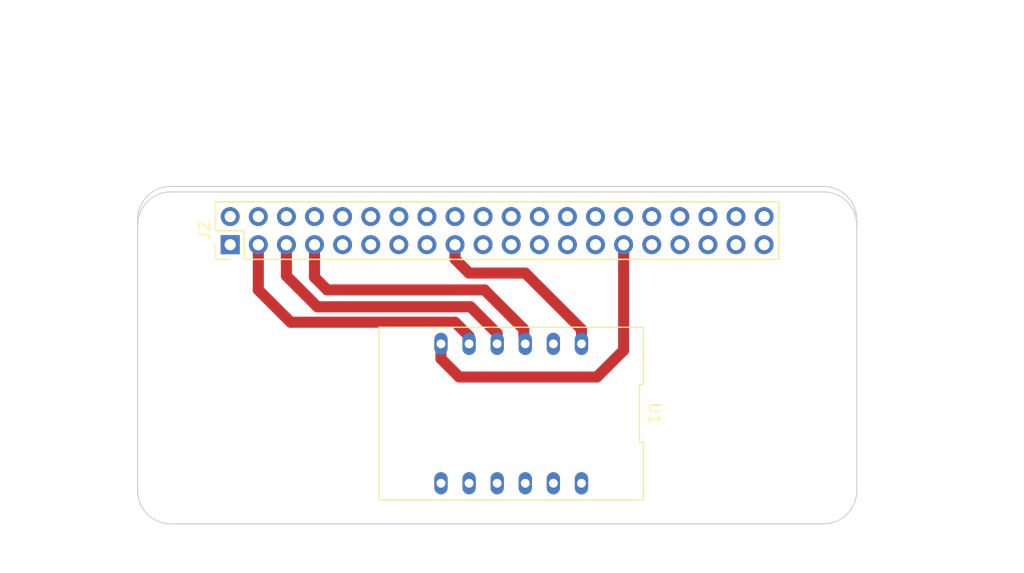
<source format=kicad_pcb>
(kicad_pcb (version 20240108) (generator "pcbnew") (generator_version "8.0")
  (layers (0 "F.Cu" signal) (31 "B.Cu" signal) (34 "B.Paste" user) (35 "F.Paste" user) (36 "B.SilkS" user "B.Silkscreen") (37 "F.SilkS" user "F.Silkscreen") (38 "B.Mask" user) (39 "F.Mask" user) (44 "Edge.Cuts" user))
  (net 0 "")
  (net 1 "Net-(J2-Pad1)")
  (net 2 "Net-(J2-Pad2)")
  (net 3 "Net-(J2-Pad3)")
  (net 4 "Net-(J2-Pad4)")
  (net 5 "Net-(J2-Pad5)")
  (net 6 "Net-(J2-Pad6)")
  (net 7 "Net-(J2-Pad7)")
  (net 8 "Net-(J2-Pad8)")
  (net 9 "Net-(J2-Pad9)")
  (net 10 "Net-(J2-Pad10)")
  (net 11 "Net-(J2-Pad11)")
  (net 12 "Net-(J2-Pad12)")
  (net 13 "Net-(J2-Pad13)")
  (net 14 "Net-(J2-Pad14)")
  (net 15 "Net-(J2-Pad15)")
  (net 16 "Net-(J2-Pad16)")
  (net 17 "Net-(J2-Pad17)")
  (net 18 "Net-(J2-Pad18)")
  (net 19 "Net-(J2-Pad19)")
  (net 20 "Net-(J2-Pad20)")
  (net 21 "Net-(J2-Pad21)")
  (net 22 "Net-(J2-Pad22)")
  (net 23 "Net-(J2-Pad23)")
  (net 24 "Net-(J2-Pad24)")
  (net 25 "Net-(J2-Pad25)")
  (net 26 "Net-(J2-Pad26)")
  (net 27 "Net-(J2-Pad27)")
  (net 28 "Net-(J2-Pad28)")
  (net 29 "Net-(J2-Pad29)")
  (net 30 "Net-(J2-Pad30)")
  (net 31 "Net-(J2-Pad31)")
  (net 32 "Net-(J2-Pad32)")
  (net 33 "Net-(J2-Pad33)")
  (net 34 "Net-(J2-Pad34)")
  (net 35 "Net-(J2-Pad35)")
  (net 36 "Net-(J2-Pad36)")
  (net 37 "Net-(J2-Pad37)")
  (net 38 "Net-(J2-Pad38)")
  (net 39 "Net-(J2-Pad39)")
  (net 40 "Net-(J2-Pad40)")
  (net 64 "unconnected-(J2-GPIO04_GCLK-Pad7)")
  (net 76 "Net-(J2-GPIO02_SDA1_I2C)")
  (net 77 "Net-(U1-VIN)")
  (net 78 "Net-(J2-GPIO03_SCL1_I2C)")
  (net 79 "Net-(J2-GPIO05)")
  (net 80 "Net-(J2-GND-Pad9)")
  (footprint "RPi_Hat:RPi_Hat_Mounting_Hole" (layer "F.Cu") (at 171.367 72.875001)
    (property "Reference" "" (hide yes))
    (property "Value" "" (hide yes))
    (pad "" np_thru_hole circle (at 0 0) (size 2.75 2.75) (drill 2.75) (layers "*.Cu" "*.Mask") (clearance 1.725))
  )
  (footprint "RPi_Hat:RPi_Hat_Mounting_Hole" (layer "F.Cu") (at 113.367 72.875001)
    (property "Reference" "" (hide yes))
    (property "Value" "" (hide yes))
    (pad "" np_thru_hole circle (at 0 0) (size 2.75 2.75) (drill 2.75) (layers "*.Cu" "*.Mask") (clearance 1.725))
  )
  (footprint "RPi_Hat:RPi_Hat_Mounting_Hole" (layer "F.Cu") (at 171.367 95.875001)
    (property "Reference" "" (hide yes))
    (property "Value" "" (hide yes))
    (pad "" np_thru_hole circle (at 0 0) (size 2.75 2.75) (drill 2.75) (layers "*.Cu" "*.Mask") (clearance 1.725))
  )
  (footprint "RPi_Hat:RPi_Hat_Mounting_Hole" (layer "F.Cu") (at 113.367 95.875001)
    (property "Reference" "" (hide yes))
    (property "Value" "" (hide yes))
    (pad "" np_thru_hole circle (at 0 0) (size 2.75 2.75) (drill 2.75) (layers "*.Cu" "*.Mask") (clearance 1.725))
  )
  (footprint "Connector_PinHeader_2.54mm:PinHeader_2x20_P2.54mm_Vertical" (layer "F.Cu") (at 118.237 74.145001 90)
    (property "Reference" "J2" (at 1.27 -2.33 90) (layer "F.SilkS"))
    (property "Value" "RPi_GPIO")
    (fp_line (start 3.87 -1.33) (end 3.87 49.59) (stroke (width 0.12)) (layer "F.SilkS"))
    (fp_line (start 1.27 -1.33) (end 3.87 -1.33) (stroke (width 0.12)) (layer "F.SilkS"))
    (fp_line (start -1.33 -1.33) (end 0 -1.33) (stroke (width 0.12)) (layer "F.SilkS"))
    (fp_line (start -1.33 0) (end -1.33 -1.33) (stroke (width 0.12)) (layer "F.SilkS"))
    (fp_line (start 1.27 1.27) (end 1.27 -1.33) (stroke (width 0.12)) (layer "F.SilkS"))
    (fp_line (start -1.33 1.27) (end 1.27 1.27) (stroke (width 0.12)) (layer "F.SilkS"))
    (fp_line (start -1.33 1.27) (end -1.33 49.59) (stroke (width 0.12)) (layer "F.SilkS"))
    (fp_line (start -1.33 49.59) (end 3.87 49.59) (stroke (width 0.12)) (layer "F.SilkS"))
    (pad "1" thru_hole rect (at 0 0 90) (size 1.7 1.7) (drill 1) (layers "*.Cu" "*.Mask") (net 1 "Net-(J2-Pad1)"))
    (pad "2" thru_hole oval (at 2.54 0 90) (size 1.7 1.7) (drill 1) (layers "*.Cu" "*.Mask") (net 2 "Net-(J2-Pad2)"))
    (pad "3" thru_hole oval (at 0 2.54 90) (size 1.7 1.7) (drill 1) (layers "*.Cu" "*.Mask") (net 3 "Net-(J2-Pad3)"))
    (pad "4" thru_hole oval (at 2.54 2.54 90) (size 1.7 1.7) (drill 1) (layers "*.Cu" "*.Mask") (net 4 "Net-(J2-Pad4)"))
    (pad "5" thru_hole oval (at 0 5.08 90) (size 1.7 1.7) (drill 1) (layers "*.Cu" "*.Mask") (net 5 "Net-(J2-Pad5)"))
    (pad "6" thru_hole oval (at 2.54 5.08 90) (size 1.7 1.7) (drill 1) (layers "*.Cu" "*.Mask") (net 6 "Net-(J2-Pad6)"))
    (pad "7" thru_hole oval (at 0 7.62 90) (size 1.7 1.7) (drill 1) (layers "*.Cu" "*.Mask") (net 7 "Net-(J2-Pad7)"))
    (pad "8" thru_hole oval (at 2.54 7.62 90) (size 1.7 1.7) (drill 1) (layers "*.Cu" "*.Mask") (net 8 "Net-(J2-Pad8)"))
    (pad "9" thru_hole oval (at 0 10.16 90) (size 1.7 1.7) (drill 1) (layers "*.Cu" "*.Mask") (net 9 "Net-(J2-Pad9)"))
    (pad "10" thru_hole oval (at 2.54 10.16 90) (size 1.7 1.7) (drill 1) (layers "*.Cu" "*.Mask") (net 10 "Net-(J2-Pad10)"))
    (pad "11" thru_hole oval (at 0 12.7 90) (size 1.7 1.7) (drill 1) (layers "*.Cu" "*.Mask") (net 11 "Net-(J2-Pad11)"))
    (pad "12" thru_hole oval (at 2.54 12.7 90) (size 1.7 1.7) (drill 1) (layers "*.Cu" "*.Mask") (net 12 "Net-(J2-Pad12)"))
    (pad "13" thru_hole oval (at 0 15.24 90) (size 1.7 1.7) (drill 1) (layers "*.Cu" "*.Mask") (net 13 "Net-(J2-Pad13)"))
    (pad "14" thru_hole oval (at 2.54 15.24 90) (size 1.7 1.7) (drill 1) (layers "*.Cu" "*.Mask") (net 14 "Net-(J2-Pad14)"))
    (pad "15" thru_hole oval (at 0 17.78 90) (size 1.7 1.7) (drill 1) (layers "*.Cu" "*.Mask") (net 15 "Net-(J2-Pad15)"))
    (pad "16" thru_hole oval (at 2.54 17.78 90) (size 1.7 1.7) (drill 1) (layers "*.Cu" "*.Mask") (net 16 "Net-(J2-Pad16)"))
    (pad "17" thru_hole oval (at 0 20.32 90) (size 1.7 1.7) (drill 1) (layers "*.Cu" "*.Mask") (net 17 "Net-(J2-Pad17)"))
    (pad "18" thru_hole oval (at 2.54 20.32 90) (size 1.7 1.7) (drill 1) (layers "*.Cu" "*.Mask") (net 18 "Net-(J2-Pad18)"))
    (pad "19" thru_hole oval (at 0 22.86 90) (size 1.7 1.7) (drill 1) (layers "*.Cu" "*.Mask") (net 19 "Net-(J2-Pad19)"))
    (pad "20" thru_hole oval (at 2.54 22.86 90) (size 1.7 1.7) (drill 1) (layers "*.Cu" "*.Mask") (net 20 "Net-(J2-Pad20)"))
    (pad "21" thru_hole oval (at 0 25.4 90) (size 1.7 1.7) (drill 1) (layers "*.Cu" "*.Mask") (net 21 "Net-(J2-Pad21)"))
    (pad "22" thru_hole oval (at 2.54 25.4 90) (size 1.7 1.7) (drill 1) (layers "*.Cu" "*.Mask") (net 22 "Net-(J2-Pad22)"))
    (pad "23" thru_hole oval (at 0 27.94 90) (size 1.7 1.7) (drill 1) (layers "*.Cu" "*.Mask") (net 23 "Net-(J2-Pad23)"))
    (pad "24" thru_hole oval (at 2.54 27.94 90) (size 1.7 1.7) (drill 1) (layers "*.Cu" "*.Mask") (net 24 "Net-(J2-Pad24)"))
    (pad "25" thru_hole oval (at 0 30.48 90) (size 1.7 1.7) (drill 1) (layers "*.Cu" "*.Mask") (net 25 "Net-(J2-Pad25)"))
    (pad "26" thru_hole oval (at 2.54 30.48 90) (size 1.7 1.7) (drill 1) (layers "*.Cu" "*.Mask") (net 26 "Net-(J2-Pad26)"))
    (pad "27" thru_hole oval (at 0 33.02 90) (size 1.7 1.7) (drill 1) (layers "*.Cu" "*.Mask") (net 27 "Net-(J2-Pad27)"))
    (pad "28" thru_hole oval (at 2.54 33.02 90) (size 1.7 1.7) (drill 1) (layers "*.Cu" "*.Mask") (net 28 "Net-(J2-Pad28)"))
    (pad "29" thru_hole oval (at 0 35.56 90) (size 1.7 1.7) (drill 1) (layers "*.Cu" "*.Mask") (net 29 "Net-(J2-Pad29)"))
    (pad "30" thru_hole oval (at 2.54 35.56 90) (size 1.7 1.7) (drill 1) (layers "*.Cu" "*.Mask") (net 30 "Net-(J2-Pad30)"))
    (pad "31" thru_hole oval (at 0 38.1 90) (size 1.7 1.7) (drill 1) (layers "*.Cu" "*.Mask") (net 31 "Net-(J2-Pad31)"))
    (pad "32" thru_hole oval (at 2.54 38.1 90) (size 1.7 1.7) (drill 1) (layers "*.Cu" "*.Mask") (net 32 "Net-(J2-Pad32)"))
    (pad "33" thru_hole oval (at 0 40.64 90) (size 1.7 1.7) (drill 1) (layers "*.Cu" "*.Mask") (net 33 "Net-(J2-Pad33)"))
    (pad "34" thru_hole oval (at 2.54 40.64 90) (size 1.7 1.7) (drill 1) (layers "*.Cu" "*.Mask") (net 34 "Net-(J2-Pad34)"))
    (pad "35" thru_hole oval (at 0 43.18 90) (size 1.7 1.7) (drill 1) (layers "*.Cu" "*.Mask") (net 35 "Net-(J2-Pad35)"))
    (pad "36" thru_hole oval (at 2.54 43.18 90) (size 1.7 1.7) (drill 1) (layers "*.Cu" "*.Mask") (net 36 "Net-(J2-Pad36)"))
    (pad "37" thru_hole oval (at 0 45.72 90) (size 1.7 1.7) (drill 1) (layers "*.Cu" "*.Mask") (net 37 "Net-(J2-Pad37)"))
    (pad "38" thru_hole oval (at 2.54 45.72 90) (size 1.7 1.7) (drill 1) (layers "*.Cu" "*.Mask") (net 38 "Net-(J2-Pad38)"))
    (pad "39" thru_hole oval (at 0 48.26 90) (size 1.7 1.7) (drill 1) (layers "*.Cu" "*.Mask") (net 39 "Net-(J2-Pad39)"))
    (pad "40" thru_hole oval (at 2.54 48.26 90) (size 1.7 1.7) (drill 1) (layers "*.Cu" "*.Mask") (net 40 "Net-(J2-Pad40)"))
  )
  (footprint "Connector_PinHeader_2.54mm:PinHeader_2x20_P2.54mm_Vertical" (layer "F.Cu") (at 118.237 74.145001 90)
    (property "Reference" "J2" (at 1.27 -2.33 270) (layer "F.SilkS"))
    (property "Value" "RPi_GPIO")
    (fp_line (start 3.87 -1.33) (end 3.87 49.59) (stroke (width 0.12)) (layer "F.SilkS"))
    (fp_line (start 1.27 -1.33) (end 3.87 -1.33) (stroke (width 0.12)) (layer "F.SilkS"))
    (fp_line (start -1.33 -1.33) (end 0 -1.33) (stroke (width 0.12)) (layer "F.SilkS"))
    (fp_line (start -1.33 0) (end -1.33 -1.33) (stroke (width 0.12)) (layer "F.SilkS"))
    (fp_line (start 1.27 1.27) (end 1.27 -1.33) (stroke (width 0.12)) (layer "F.SilkS"))
    (fp_line (start -1.33 1.27) (end 1.27 1.27) (stroke (width 0.12)) (layer "F.SilkS"))
    (fp_line (start -1.33 1.27) (end -1.33 49.59) (stroke (width 0.12)) (layer "F.SilkS"))
    (fp_line (start -1.33 49.59) (end 3.87 49.59) (stroke (width 0.12)) (layer "F.SilkS"))
    (pad "1" thru_hole rect (at 0 0 90) (size 1.7 1.7) (drill 1) (layers "*.Cu" "*.Mask"))
    (pad "2" thru_hole oval (at 2.54 0 90) (size 1.7 1.7) (drill 1) (layers "*.Cu" "*.Mask"))
    (pad "3" thru_hole oval (at 0 2.54 90) (size 1.7 1.7) (drill 1) (layers "*.Cu" "*.Mask") (net 76 "Net-(J2-GPIO02_SDA1_I2C)"))
    (pad "4" thru_hole oval (at 2.54 2.54 90) (size 1.7 1.7) (drill 1) (layers "*.Cu" "*.Mask"))
    (pad "5" thru_hole oval (at 0 5.08 90) (size 1.7 1.7) (drill 1) (layers "*.Cu" "*.Mask") (net 78 "Net-(J2-GPIO03_SCL1_I2C)"))
    (pad "6" thru_hole oval (at 2.54 5.08 90) (size 1.7 1.7) (drill 1) (layers "*.Cu" "*.Mask"))
    (pad "7" thru_hole oval (at 0 7.62 90) (size 1.7 1.7) (drill 1) (layers "*.Cu" "*.Mask") (net 64 "unconnected-(J2-GPIO04_GCLK-Pad7)"))
    (pad "8" thru_hole oval (at 2.54 7.62 90) (size 1.7 1.7) (drill 1) (layers "*.Cu" "*.Mask"))
    (pad "9" thru_hole oval (at 0 10.16 90) (size 1.7 1.7) (drill 1) (layers "*.Cu" "*.Mask") (net 80 "Net-(J2-GND-Pad9)"))
    (pad "10" thru_hole oval (at 2.54 10.16 90) (size 1.7 1.7) (drill 1) (layers "*.Cu" "*.Mask"))
    (pad "11" thru_hole oval (at 0 12.7 90) (size 1.7 1.7) (drill 1) (layers "*.Cu" "*.Mask"))
    (pad "12" thru_hole oval (at 2.54 12.7 90) (size 1.7 1.7) (drill 1) (layers "*.Cu" "*.Mask"))
    (pad "13" thru_hole oval (at 0 15.24 90) (size 1.7 1.7) (drill 1) (layers "*.Cu" "*.Mask"))
    (pad "14" thru_hole oval (at 2.54 15.24 90) (size 1.7 1.7) (drill 1) (layers "*.Cu" "*.Mask"))
    (pad "15" thru_hole oval (at 0 17.78 90) (size 1.7 1.7) (drill 1) (layers "*.Cu" "*.Mask"))
    (pad "16" thru_hole oval (at 2.54 17.78 90) (size 1.7 1.7) (drill 1) (layers "*.Cu" "*.Mask"))
    (pad "17" thru_hole oval (at 0 20.32 90) (size 1.7 1.7) (drill 1) (layers "*.Cu" "*.Mask") (net 77 "Net-(U1-VIN)"))
    (pad "18" thru_hole oval (at 2.54 20.32 90) (size 1.7 1.7) (drill 1) (layers "*.Cu" "*.Mask"))
    (pad "19" thru_hole oval (at 0 22.86 90) (size 1.7 1.7) (drill 1) (layers "*.Cu" "*.Mask"))
    (pad "20" thru_hole oval (at 2.54 22.86 90) (size 1.7 1.7) (drill 1) (layers "*.Cu" "*.Mask"))
    (pad "21" thru_hole oval (at 0 25.4 90) (size 1.7 1.7) (drill 1) (layers "*.Cu" "*.Mask"))
    (pad "22" thru_hole oval (at 2.54 25.4 90) (size 1.7 1.7) (drill 1) (layers "*.Cu" "*.Mask"))
    (pad "23" thru_hole oval (at 0 27.94 90) (size 1.7 1.7) (drill 1) (layers "*.Cu" "*.Mask"))
    (pad "24" thru_hole oval (at 2.54 27.94 90) (size 1.7 1.7) (drill 1) (layers "*.Cu" "*.Mask"))
    (pad "25" thru_hole oval (at 0 30.48 90) (size 1.7 1.7) (drill 1) (layers "*.Cu" "*.Mask"))
    (pad "26" thru_hole oval (at 2.54 30.48 90) (size 1.7 1.7) (drill 1) (layers "*.Cu" "*.Mask"))
    (pad "27" thru_hole oval (at 0 33.02 90) (size 1.7 1.7) (drill 1) (layers "*.Cu" "*.Mask"))
    (pad "28" thru_hole oval (at 2.54 33.02 90) (size 1.7 1.7) (drill 1) (layers "*.Cu" "*.Mask"))
    (pad "29" thru_hole oval (at 0 35.56 90) (size 1.7 1.7) (drill 1) (layers "*.Cu" "*.Mask") (net 79 "Net-(J2-GPIO05)"))
    (pad "30" thru_hole oval (at 2.54 35.56 90) (size 1.7 1.7) (drill 1) (layers "*.Cu" "*.Mask"))
    (pad "31" thru_hole oval (at 0 38.1 90) (size 1.7 1.7) (drill 1) (layers "*.Cu" "*.Mask"))
    (pad "32" thru_hole oval (at 2.54 38.1 90) (size 1.7 1.7) (drill 1) (layers "*.Cu" "*.Mask"))
    (pad "33" thru_hole oval (at 0 40.64 90) (size 1.7 1.7) (drill 1) (layers "*.Cu" "*.Mask"))
    (pad "34" thru_hole oval (at 2.54 40.64 90) (size 1.7 1.7) (drill 1) (layers "*.Cu" "*.Mask"))
    (pad "35" thru_hole oval (at 0 43.18 90) (size 1.7 1.7) (drill 1) (layers "*.Cu" "*.Mask"))
    (pad "36" thru_hole oval (at 2.54 43.18 90) (size 1.7 1.7) (drill 1) (layers "*.Cu" "*.Mask"))
    (pad "37" thru_hole oval (at 0 45.72 90) (size 1.7 1.7) (drill 1) (layers "*.Cu" "*.Mask"))
    (pad "38" thru_hole oval (at 2.54 45.72 90) (size 1.7 1.7) (drill 1) (layers "*.Cu" "*.Mask"))
    (pad "39" thru_hole oval (at 0 48.26 90) (size 1.7 1.7) (drill 1) (layers "*.Cu" "*.Mask"))
    (pad "40" thru_hole oval (at 2.54 48.26 90) (size 1.7 1.7) (drill 1) (layers "*.Cu" "*.Mask"))
  )
  (footprint "DIP12:DIP-12_12.6W" (layer "F.Cu") (at 143.637 89.408 180)
    (property "Reference" "U1" (at -12.95 0 -90) (layer "F.SilkS"))
    (property "Value" "ICM20948")
    (fp_line (start 11.95 7.8) (end 11.95 -7.799999) (stroke (width 0.12)) (layer "F.SilkS"))
    (fp_line (start 11.95 -7.799999) (end -11.95 -7.8) (stroke (width 0.12)) (layer "F.SilkS"))
    (fp_line (start -11.59 2.599999) (end -11.95 2.599999) (stroke (width 0.12)) (layer "F.SilkS"))
    (fp_line (start -11.59 -2.6) (end -11.59 2.599999) (stroke (width 0.12)) (layer "F.SilkS"))
    (fp_line (start -11.95 7.799999) (end 11.95 7.8) (stroke (width 0.12)) (layer "F.SilkS"))
    (fp_line (start -11.95 2.599999) (end -11.95 7.799999) (stroke (width 0.12)) (layer "F.SilkS"))
    (fp_line (start -11.95 -2.6) (end -11.59 -2.6) (stroke (width 0.12)) (layer "F.SilkS"))
    (fp_line (start -11.95 -7.8) (end -11.95 -2.6) (stroke (width 0.12)) (layer "F.SilkS"))
    (pad "1" thru_hole oval (at -6.35 6.3 180) (size 1.2 2) (drill 0.8) (layers "*.Cu" "*.Mask") (net 77 "Net-(U1-VIN)"))
    (pad "2" thru_hole oval (at -3.81 6.3 180) (size 1.2 2) (drill 0.8) (layers "*.Cu" "*.Mask"))
    (pad "3" thru_hole oval (at -1.27 6.3 180) (size 1.2 2) (drill 0.8) (layers "*.Cu" "*.Mask") (net 80 "Net-(J2-GND-Pad9)"))
    (pad "4" thru_hole oval (at 1.27 6.3 180) (size 1.2 2) (drill 0.8) (layers "*.Cu" "*.Mask") (net 78 "Net-(J2-GPIO03_SCL1_I2C)"))
    (pad "5" thru_hole oval (at 3.81 6.3 180) (size 1.2 2) (drill 0.8) (layers "*.Cu" "*.Mask") (net 76 "Net-(J2-GPIO02_SDA1_I2C)"))
    (pad "6" thru_hole oval (at 6.35 6.3 180) (size 1.2 2) (drill 0.8) (layers "*.Cu" "*.Mask") (net 79 "Net-(J2-GPIO05)"))
    (pad "7" thru_hole oval (at 6.35 -6.3 180) (size 1.2 2) (drill 0.8) (layers "*.Cu" "*.Mask"))
    (pad "8" thru_hole oval (at 3.81 -6.3 180) (size 1.2 2) (drill 0.8) (layers "*.Cu" "*.Mask"))
    (pad "9" thru_hole oval (at 1.27 -6.3 180) (size 1.2 2) (drill 0.8) (layers "*.Cu" "*.Mask"))
    (pad "10" thru_hole oval (at -1.27 -6.3 180) (size 1.2 2) (drill 0.8) (layers "*.Cu" "*.Mask"))
    (pad "11" thru_hole oval (at -3.81 -6.3 180) (size 1.2 2) (drill 0.8) (layers "*.Cu" "*.Mask"))
    (pad "12" thru_hole oval (at -6.35 -6.3 180) (size 1.2 2) (drill 0.8) (layers "*.Cu" "*.Mask"))
  )
  (gr_arc (start 171.867 68.875001) (mid 173.98832 69.753681) (end 174.867 71.875001) (stroke (width 0.1)) (layer "Edge.Cuts"))
  (gr_arc (start 109.867 71.875001) (mid 110.74568 69.753681) (end 112.867 68.875001) (stroke (width 0.1)) (layer "Edge.Cuts"))
  (gr_arc (start 112.867 99.375001) (mid 110.74568 98.496321) (end 109.867 96.375001) (stroke (width 0.1)) (layer "Edge.Cuts"))
  (gr_arc (start 174.867 96.375001) (mid 173.98832 98.496321) (end 171.867 99.375001) (stroke (width 0.1)) (layer "Edge.Cuts"))
  (gr_arc (start 171.867 69.375001) (mid 173.98832 70.253681) (end 174.867 72.375001) (stroke (width 0.1)) (layer "Edge.Cuts"))
  (gr_line (start 112.867 69.375001) (end 171.867 69.375001) (stroke (width 0.1)) (layer "Edge.Cuts"))
  (gr_arc (start 109.867 72.375001) (mid 110.74568 70.253681) (end 112.867 69.375001) (stroke (width 0.1)) (layer "Edge.Cuts"))
  (gr_line (start 112.867 68.875001) (end 171.867 68.875001) (stroke (width 0.1)) (layer "Edge.Cuts"))
  (gr_line (start 112.867 99.375001) (end 171.867 99.375001) (stroke (width 0.1)) (layer "Edge.Cuts"))
  (gr_line (start 174.867 71.875001) (end 174.867 96.375001) (stroke (width 0.1)) (layer "Edge.Cuts"))
  (gr_line (start 109.867 71.875001) (end 109.867 96.375001) (stroke (width 0.1)) (layer "Edge.Cuts"))
  (segment (start 118.237 74.145001) (end 118.237 74.295) (width 0.01) (layer "F.Cu") (net 1))
  (segment (start 141.224 78.232) (end 143.637 80.645) (width 1) (layer "F.Cu") (net 64))
  (segment (start 125.857 74.145001) (end 125.857 77.089) (width 1) (layer "F.Cu") (net 64))
  (segment (start 138.811 78.232) (end 141.224 78.232) (width 1) (layer "F.Cu") (net 64))
  (segment (start 144.78 81.788) (end 144.78 82.423) (width 1) (layer "F.Cu") (net 64))
  (segment (start 127 78.232) (end 138.811 78.232) (width 1) (layer "F.Cu") (net 64))
  (segment (start 125.857 77.089) (end 127 78.232) (width 1) (layer "F.Cu") (net 64))
  (segment (start 143.637 80.645) (end 144.78 81.788) (width 1) (layer "F.Cu") (net 64))
  (segment (start 123.698 81.153) (end 120.777 78.232) (width 1) (layer "F.Cu") (net 76))
  (segment (start 139.827 83.108) (end 139.827 82.423) (width 1) (layer "F.Cu") (net 76))
  (segment (start 120.777 78.232) (end 120.777 74.145001) (width 1) (layer "F.Cu") (net 76))
  (segment (start 139.827 82.423) (end 138.557 81.153) (width 1) (layer "F.Cu") (net 76))
  (segment (start 138.557 81.153) (end 123.698 81.153) (width 1) (layer "F.Cu") (net 76))
  (segment (start 139.823999 76.708) (end 138.557 75.441001) (width 1) (layer "F.Cu") (net 77))
  (segment (start 144.907 76.708) (end 139.823999 76.708) (width 1) (layer "F.Cu") (net 77))
  (segment (start 149.987 83.108) (end 149.987 81.788) (width 1) (layer "F.Cu") (net 77))
  (segment (start 149.987 81.788) (end 144.907 76.708) (width 1) (layer "F.Cu") (net 77))
  (segment (start 138.557 75.441001) (end 138.557 74.145001) (width 1) (layer "F.Cu") (net 77))
  (segment (start 139.954 79.756) (end 126.111 79.756) (width 1) (layer "F.Cu") (net 78))
  (segment (start 142.367 83.108) (end 142.367 82.169) (width 1) (layer "F.Cu") (net 78))
  (segment (start 123.317 76.962) (end 123.317 74.145001) (width 1) (layer "F.Cu") (net 78))
  (segment (start 142.367 82.169) (end 139.954 79.756) (width 1) (layer "F.Cu") (net 78))
  (segment (start 126.111 79.756) (end 123.317 76.962) (width 1) (layer "F.Cu") (net 78))
  (segment (start 137.287 84.455) (end 138.938 86.106) (width 1) (layer "F.Cu") (net 79))
  (segment (start 138.938 86.106) (end 151.384 86.106) (width 1) (layer "F.Cu") (net 79))
  (segment (start 153.797 83.693) (end 153.797 74.145001) (width 1) (layer "F.Cu") (net 79))
  (segment (start 137.287 83.108) (end 137.287 84.455) (width 1) (layer "F.Cu") (net 79))
  (segment (start 151.384 86.106) (end 153.797 83.693) (width 1) (layer "F.Cu") (net 79))
)
</source>
